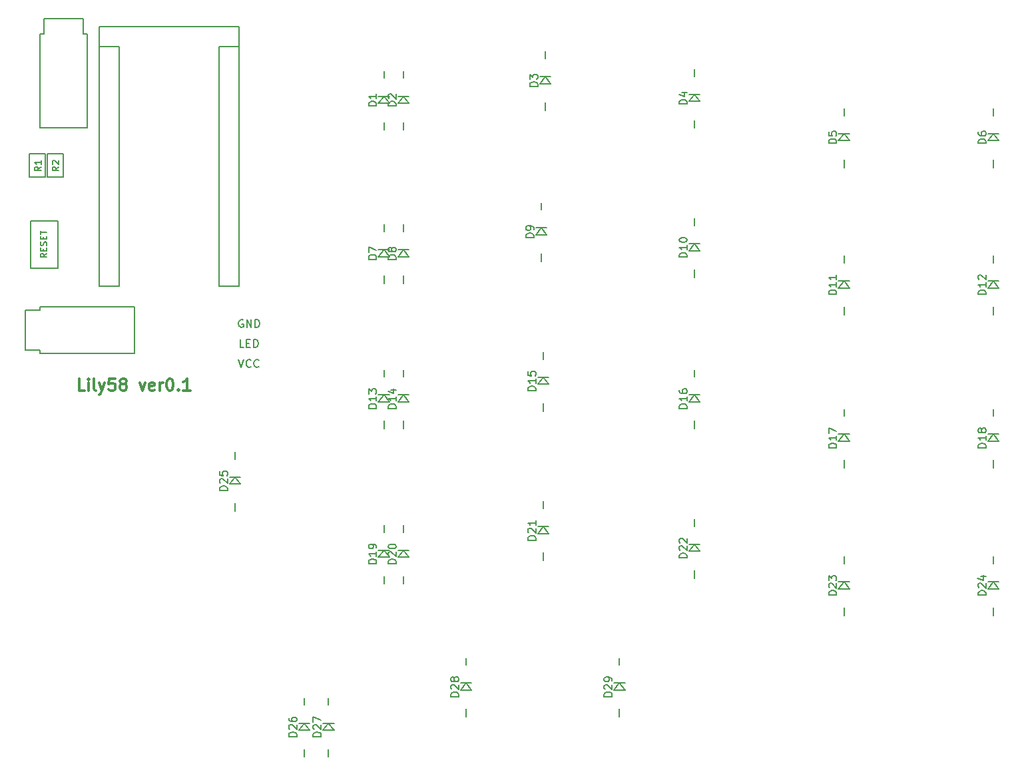
<source format=gto>
G04 #@! TF.GenerationSoftware,KiCad,Pcbnew,(5.0.0-3-g5ebb6b6)*
G04 #@! TF.CreationDate,2018-08-17T18:08:10+09:00*
G04 #@! TF.ProjectId,Lily58,4C696C7935382E6B696361645F706362,rev?*
G04 #@! TF.SameCoordinates,Original*
G04 #@! TF.FileFunction,Legend,Top*
G04 #@! TF.FilePolarity,Positive*
%FSLAX46Y46*%
G04 Gerber Fmt 4.6, Leading zero omitted, Abs format (unit mm)*
G04 Created by KiCad (PCBNEW (5.0.0-3-g5ebb6b6)) date *
%MOMM*%
%LPD*%
G01*
G04 APERTURE LIST*
%ADD10C,0.300000*%
%ADD11C,0.150000*%
G04 APERTURE END LIST*
D10*
X90678571Y-84678571D02*
X89964285Y-84678571D01*
X89964285Y-83178571D01*
X91178571Y-84678571D02*
X91178571Y-83678571D01*
X91178571Y-83178571D02*
X91107142Y-83250000D01*
X91178571Y-83321428D01*
X91250000Y-83250000D01*
X91178571Y-83178571D01*
X91178571Y-83321428D01*
X92107142Y-84678571D02*
X91964285Y-84607142D01*
X91892857Y-84464285D01*
X91892857Y-83178571D01*
X92535714Y-83678571D02*
X92892857Y-84678571D01*
X93250000Y-83678571D02*
X92892857Y-84678571D01*
X92750000Y-85035714D01*
X92678571Y-85107142D01*
X92535714Y-85178571D01*
X94535714Y-83178571D02*
X93821428Y-83178571D01*
X93750000Y-83892857D01*
X93821428Y-83821428D01*
X93964285Y-83750000D01*
X94321428Y-83750000D01*
X94464285Y-83821428D01*
X94535714Y-83892857D01*
X94607142Y-84035714D01*
X94607142Y-84392857D01*
X94535714Y-84535714D01*
X94464285Y-84607142D01*
X94321428Y-84678571D01*
X93964285Y-84678571D01*
X93821428Y-84607142D01*
X93750000Y-84535714D01*
X95464285Y-83821428D02*
X95321428Y-83750000D01*
X95250000Y-83678571D01*
X95178571Y-83535714D01*
X95178571Y-83464285D01*
X95250000Y-83321428D01*
X95321428Y-83250000D01*
X95464285Y-83178571D01*
X95750000Y-83178571D01*
X95892857Y-83250000D01*
X95964285Y-83321428D01*
X96035714Y-83464285D01*
X96035714Y-83535714D01*
X95964285Y-83678571D01*
X95892857Y-83750000D01*
X95750000Y-83821428D01*
X95464285Y-83821428D01*
X95321428Y-83892857D01*
X95250000Y-83964285D01*
X95178571Y-84107142D01*
X95178571Y-84392857D01*
X95250000Y-84535714D01*
X95321428Y-84607142D01*
X95464285Y-84678571D01*
X95750000Y-84678571D01*
X95892857Y-84607142D01*
X95964285Y-84535714D01*
X96035714Y-84392857D01*
X96035714Y-84107142D01*
X95964285Y-83964285D01*
X95892857Y-83892857D01*
X95750000Y-83821428D01*
X97678571Y-83678571D02*
X98035714Y-84678571D01*
X98392857Y-83678571D01*
X99535714Y-84607142D02*
X99392857Y-84678571D01*
X99107142Y-84678571D01*
X98964285Y-84607142D01*
X98892857Y-84464285D01*
X98892857Y-83892857D01*
X98964285Y-83750000D01*
X99107142Y-83678571D01*
X99392857Y-83678571D01*
X99535714Y-83750000D01*
X99607142Y-83892857D01*
X99607142Y-84035714D01*
X98892857Y-84178571D01*
X100250000Y-84678571D02*
X100250000Y-83678571D01*
X100250000Y-83964285D02*
X100321428Y-83821428D01*
X100392857Y-83750000D01*
X100535714Y-83678571D01*
X100678571Y-83678571D01*
X101464285Y-83178571D02*
X101607142Y-83178571D01*
X101750000Y-83250000D01*
X101821428Y-83321428D01*
X101892857Y-83464285D01*
X101964285Y-83750000D01*
X101964285Y-84107142D01*
X101892857Y-84392857D01*
X101821428Y-84535714D01*
X101750000Y-84607142D01*
X101607142Y-84678571D01*
X101464285Y-84678571D01*
X101321428Y-84607142D01*
X101250000Y-84535714D01*
X101178571Y-84392857D01*
X101107142Y-84107142D01*
X101107142Y-83750000D01*
X101178571Y-83464285D01*
X101250000Y-83321428D01*
X101321428Y-83250000D01*
X101464285Y-83178571D01*
X102607142Y-84535714D02*
X102678571Y-84607142D01*
X102607142Y-84678571D01*
X102535714Y-84607142D01*
X102607142Y-84535714D01*
X102607142Y-84678571D01*
X104107142Y-84678571D02*
X103250000Y-84678571D01*
X103678571Y-84678571D02*
X103678571Y-83178571D01*
X103535714Y-83392857D01*
X103392857Y-83535714D01*
X103250000Y-83607142D01*
D11*
G04 #@! TO.C,J2*
X97000000Y-80000000D02*
X85000000Y-80000000D01*
X97000000Y-74000000D02*
X97000000Y-80000000D01*
X85000000Y-74000000D02*
X97000000Y-74000000D01*
X85000000Y-80000000D02*
X85000000Y-79500000D01*
X85000000Y-74500000D02*
X83100000Y-74500000D01*
X85000000Y-79500000D02*
X83100000Y-79500000D01*
X85000000Y-74000000D02*
X85000000Y-74500000D01*
X83100000Y-79500000D02*
X83100000Y-74500000D01*
X85500000Y-37400000D02*
X90500000Y-37400000D01*
X91000000Y-39300000D02*
X90500000Y-39300000D01*
X85500000Y-39300000D02*
X85500000Y-37400000D01*
X90500000Y-39300000D02*
X90500000Y-37400000D01*
X85000000Y-39300000D02*
X85500000Y-39300000D01*
X91000000Y-39300000D02*
X91000000Y-51300000D01*
X91000000Y-51300000D02*
X85000000Y-51300000D01*
X85000000Y-51300000D02*
X85000000Y-39300000D01*
G04 #@! TO.C,R1*
X85688795Y-54538132D02*
X83687275Y-54538132D01*
X83687275Y-54538132D02*
X83687275Y-57540412D01*
X83687275Y-57540412D02*
X85688795Y-57540412D01*
X85688795Y-57540412D02*
X85688795Y-54538132D01*
G04 #@! TO.C,D1*
X128750000Y-50550000D02*
X128750000Y-51550000D01*
X128750000Y-44050000D02*
X128750000Y-44950000D01*
X129450000Y-48150000D02*
X128050000Y-48150000D01*
X128050000Y-48150000D02*
X128750000Y-47250000D01*
X128750000Y-47250000D02*
X129450000Y-48150000D01*
X129450000Y-47250000D02*
X128050000Y-47250000D01*
G04 #@! TO.C,D2*
X131950000Y-47250000D02*
X130550000Y-47250000D01*
X131250000Y-47250000D02*
X131950000Y-48150000D01*
X130550000Y-48150000D02*
X131250000Y-47250000D01*
X131950000Y-48150000D02*
X130550000Y-48150000D01*
X131250000Y-44050000D02*
X131250000Y-44950000D01*
X131250000Y-50550000D02*
X131250000Y-51550000D01*
G04 #@! TO.C,D3*
X149250000Y-48050000D02*
X149250000Y-49050000D01*
X149250000Y-41550000D02*
X149250000Y-42450000D01*
X149950000Y-45650000D02*
X148550000Y-45650000D01*
X148550000Y-45650000D02*
X149250000Y-44750000D01*
X149250000Y-44750000D02*
X149950000Y-45650000D01*
X149950000Y-44750000D02*
X148550000Y-44750000D01*
G04 #@! TO.C,D4*
X168950000Y-47000000D02*
X167550000Y-47000000D01*
X168250000Y-47000000D02*
X168950000Y-47900000D01*
X167550000Y-47900000D02*
X168250000Y-47000000D01*
X168950000Y-47900000D02*
X167550000Y-47900000D01*
X168250000Y-43800000D02*
X168250000Y-44700000D01*
X168250000Y-50300000D02*
X168250000Y-51300000D01*
G04 #@! TO.C,D5*
X187250000Y-55300000D02*
X187250000Y-56300000D01*
X187250000Y-48800000D02*
X187250000Y-49700000D01*
X187950000Y-52900000D02*
X186550000Y-52900000D01*
X186550000Y-52900000D02*
X187250000Y-52000000D01*
X187250000Y-52000000D02*
X187950000Y-52900000D01*
X187950000Y-52000000D02*
X186550000Y-52000000D01*
G04 #@! TO.C,D6*
X206950000Y-52000000D02*
X205550000Y-52000000D01*
X206250000Y-52000000D02*
X206950000Y-52900000D01*
X205550000Y-52900000D02*
X206250000Y-52000000D01*
X206950000Y-52900000D02*
X205550000Y-52900000D01*
X206250000Y-48800000D02*
X206250000Y-49700000D01*
X206250000Y-55300000D02*
X206250000Y-56300000D01*
G04 #@! TO.C,D7*
X129450000Y-66750000D02*
X128050000Y-66750000D01*
X128750000Y-66750000D02*
X129450000Y-67650000D01*
X128050000Y-67650000D02*
X128750000Y-66750000D01*
X129450000Y-67650000D02*
X128050000Y-67650000D01*
X128750000Y-63550000D02*
X128750000Y-64450000D01*
X128750000Y-70050000D02*
X128750000Y-71050000D01*
G04 #@! TO.C,D8*
X131250000Y-70050000D02*
X131250000Y-71050000D01*
X131250000Y-63550000D02*
X131250000Y-64450000D01*
X131950000Y-67650000D02*
X130550000Y-67650000D01*
X130550000Y-67650000D02*
X131250000Y-66750000D01*
X131250000Y-66750000D02*
X131950000Y-67650000D01*
X131950000Y-66750000D02*
X130550000Y-66750000D01*
G04 #@! TO.C,D9*
X149450000Y-64000000D02*
X148050000Y-64000000D01*
X148750000Y-64000000D02*
X149450000Y-64900000D01*
X148050000Y-64900000D02*
X148750000Y-64000000D01*
X149450000Y-64900000D02*
X148050000Y-64900000D01*
X148750000Y-60800000D02*
X148750000Y-61700000D01*
X148750000Y-67300000D02*
X148750000Y-68300000D01*
G04 #@! TO.C,D10*
X168250000Y-69300000D02*
X168250000Y-70300000D01*
X168250000Y-62800000D02*
X168250000Y-63700000D01*
X168950000Y-66900000D02*
X167550000Y-66900000D01*
X167550000Y-66900000D02*
X168250000Y-66000000D01*
X168250000Y-66000000D02*
X168950000Y-66900000D01*
X168950000Y-66000000D02*
X167550000Y-66000000D01*
G04 #@! TO.C,D11*
X187950000Y-70750000D02*
X186550000Y-70750000D01*
X187250000Y-70750000D02*
X187950000Y-71650000D01*
X186550000Y-71650000D02*
X187250000Y-70750000D01*
X187950000Y-71650000D02*
X186550000Y-71650000D01*
X187250000Y-67550000D02*
X187250000Y-68450000D01*
X187250000Y-74050000D02*
X187250000Y-75050000D01*
G04 #@! TO.C,D12*
X206950000Y-70750000D02*
X205550000Y-70750000D01*
X206250000Y-70750000D02*
X206950000Y-71650000D01*
X205550000Y-71650000D02*
X206250000Y-70750000D01*
X206950000Y-71650000D02*
X205550000Y-71650000D01*
X206250000Y-67550000D02*
X206250000Y-68450000D01*
X206250000Y-74050000D02*
X206250000Y-75050000D01*
G04 #@! TO.C,D13*
X128750000Y-88550000D02*
X128750000Y-89550000D01*
X128750000Y-82050000D02*
X128750000Y-82950000D01*
X129450000Y-86150000D02*
X128050000Y-86150000D01*
X128050000Y-86150000D02*
X128750000Y-85250000D01*
X128750000Y-85250000D02*
X129450000Y-86150000D01*
X129450000Y-85250000D02*
X128050000Y-85250000D01*
G04 #@! TO.C,D14*
X131950000Y-85250000D02*
X130550000Y-85250000D01*
X131250000Y-85250000D02*
X131950000Y-86150000D01*
X130550000Y-86150000D02*
X131250000Y-85250000D01*
X131950000Y-86150000D02*
X130550000Y-86150000D01*
X131250000Y-82050000D02*
X131250000Y-82950000D01*
X131250000Y-88550000D02*
X131250000Y-89550000D01*
G04 #@! TO.C,D15*
X149000000Y-86300000D02*
X149000000Y-87300000D01*
X149000000Y-79800000D02*
X149000000Y-80700000D01*
X149700000Y-83900000D02*
X148300000Y-83900000D01*
X148300000Y-83900000D02*
X149000000Y-83000000D01*
X149000000Y-83000000D02*
X149700000Y-83900000D01*
X149700000Y-83000000D02*
X148300000Y-83000000D01*
G04 #@! TO.C,D16*
X168950000Y-85250000D02*
X167550000Y-85250000D01*
X168250000Y-85250000D02*
X168950000Y-86150000D01*
X167550000Y-86150000D02*
X168250000Y-85250000D01*
X168950000Y-86150000D02*
X167550000Y-86150000D01*
X168250000Y-82050000D02*
X168250000Y-82950000D01*
X168250000Y-88550000D02*
X168250000Y-89550000D01*
G04 #@! TO.C,D17*
X187250000Y-93550000D02*
X187250000Y-94550000D01*
X187250000Y-87050000D02*
X187250000Y-87950000D01*
X187950000Y-91150000D02*
X186550000Y-91150000D01*
X186550000Y-91150000D02*
X187250000Y-90250000D01*
X187250000Y-90250000D02*
X187950000Y-91150000D01*
X187950000Y-90250000D02*
X186550000Y-90250000D01*
G04 #@! TO.C,D18*
X206950000Y-90250000D02*
X205550000Y-90250000D01*
X206250000Y-90250000D02*
X206950000Y-91150000D01*
X205550000Y-91150000D02*
X206250000Y-90250000D01*
X206950000Y-91150000D02*
X205550000Y-91150000D01*
X206250000Y-87050000D02*
X206250000Y-87950000D01*
X206250000Y-93550000D02*
X206250000Y-94550000D01*
G04 #@! TO.C,D19*
X129450000Y-105000000D02*
X128050000Y-105000000D01*
X128750000Y-105000000D02*
X129450000Y-105900000D01*
X128050000Y-105900000D02*
X128750000Y-105000000D01*
X129450000Y-105900000D02*
X128050000Y-105900000D01*
X128750000Y-101800000D02*
X128750000Y-102700000D01*
X128750000Y-108300000D02*
X128750000Y-109300000D01*
G04 #@! TO.C,D20*
X131250000Y-108300000D02*
X131250000Y-109300000D01*
X131250000Y-101800000D02*
X131250000Y-102700000D01*
X131950000Y-105900000D02*
X130550000Y-105900000D01*
X130550000Y-105900000D02*
X131250000Y-105000000D01*
X131250000Y-105000000D02*
X131950000Y-105900000D01*
X131950000Y-105000000D02*
X130550000Y-105000000D01*
G04 #@! TO.C,D21*
X149700000Y-102000000D02*
X148300000Y-102000000D01*
X149000000Y-102000000D02*
X149700000Y-102900000D01*
X148300000Y-102900000D02*
X149000000Y-102000000D01*
X149700000Y-102900000D02*
X148300000Y-102900000D01*
X149000000Y-98800000D02*
X149000000Y-99700000D01*
X149000000Y-105300000D02*
X149000000Y-106300000D01*
G04 #@! TO.C,D22*
X168250000Y-107550000D02*
X168250000Y-108550000D01*
X168250000Y-101050000D02*
X168250000Y-101950000D01*
X168950000Y-105150000D02*
X167550000Y-105150000D01*
X167550000Y-105150000D02*
X168250000Y-104250000D01*
X168250000Y-104250000D02*
X168950000Y-105150000D01*
X168950000Y-104250000D02*
X167550000Y-104250000D01*
G04 #@! TO.C,D23*
X187950000Y-109000000D02*
X186550000Y-109000000D01*
X187250000Y-109000000D02*
X187950000Y-109900000D01*
X186550000Y-109900000D02*
X187250000Y-109000000D01*
X187950000Y-109900000D02*
X186550000Y-109900000D01*
X187250000Y-105800000D02*
X187250000Y-106700000D01*
X187250000Y-112300000D02*
X187250000Y-113300000D01*
G04 #@! TO.C,D24*
X206250000Y-112300000D02*
X206250000Y-113300000D01*
X206250000Y-105800000D02*
X206250000Y-106700000D01*
X206950000Y-109900000D02*
X205550000Y-109900000D01*
X205550000Y-109900000D02*
X206250000Y-109000000D01*
X206250000Y-109000000D02*
X206950000Y-109900000D01*
X206950000Y-109000000D02*
X205550000Y-109000000D01*
G04 #@! TO.C,D25*
X109800000Y-99000000D02*
X109800000Y-100000000D01*
X109800000Y-92500000D02*
X109800000Y-93400000D01*
X110500000Y-96600000D02*
X109100000Y-96600000D01*
X109100000Y-96600000D02*
X109800000Y-95700000D01*
X109800000Y-95700000D02*
X110500000Y-96600000D01*
X110500000Y-95700000D02*
X109100000Y-95700000D01*
G04 #@! TO.C,D26*
X119300000Y-127000000D02*
X117900000Y-127000000D01*
X118600000Y-127000000D02*
X119300000Y-127900000D01*
X117900000Y-127900000D02*
X118600000Y-127000000D01*
X119300000Y-127900000D02*
X117900000Y-127900000D01*
X118600000Y-123800000D02*
X118600000Y-124700000D01*
X118600000Y-130300000D02*
X118600000Y-131300000D01*
G04 #@! TO.C,D27*
X121700000Y-130300000D02*
X121700000Y-131300000D01*
X121700000Y-123800000D02*
X121700000Y-124700000D01*
X122400000Y-127900000D02*
X121000000Y-127900000D01*
X121000000Y-127900000D02*
X121700000Y-127000000D01*
X121700000Y-127000000D02*
X122400000Y-127900000D01*
X122400000Y-127000000D02*
X121000000Y-127000000D01*
G04 #@! TO.C,D28*
X139900000Y-121900000D02*
X138500000Y-121900000D01*
X139200000Y-121900000D02*
X139900000Y-122800000D01*
X138500000Y-122800000D02*
X139200000Y-121900000D01*
X139900000Y-122800000D02*
X138500000Y-122800000D01*
X139200000Y-118700000D02*
X139200000Y-119600000D01*
X139200000Y-125200000D02*
X139200000Y-126200000D01*
G04 #@! TO.C,D29*
X158700000Y-125200000D02*
X158700000Y-126200000D01*
X158700000Y-118700000D02*
X158700000Y-119600000D01*
X159400000Y-122800000D02*
X158000000Y-122800000D01*
X158000000Y-122800000D02*
X158700000Y-121900000D01*
X158700000Y-121900000D02*
X159400000Y-122800000D01*
X159400000Y-121900000D02*
X158000000Y-121900000D01*
G04 #@! TO.C,R2*
X87938795Y-57540412D02*
X87938795Y-54538132D01*
X85937275Y-57540412D02*
X87938795Y-57540412D01*
X85937275Y-54538132D02*
X85937275Y-57540412D01*
X87938795Y-54538132D02*
X85937275Y-54538132D01*
G04 #@! TO.C,RSW1*
X87300000Y-63100000D02*
X83800000Y-63100000D01*
X87300000Y-69100000D02*
X87300000Y-63100000D01*
X83800000Y-69100000D02*
X87300000Y-69100000D01*
X83800000Y-63100000D02*
X83800000Y-69100000D01*
G04 #@! TO.C,U1*
X110290000Y-38420000D02*
X92510000Y-38420000D01*
X92510000Y-38420000D02*
X92510000Y-71440000D01*
X110290000Y-71440000D02*
X110290000Y-38420000D01*
X95050000Y-40960000D02*
X92510000Y-40960000D01*
X92510000Y-40960000D02*
X92510000Y-71440000D01*
X92510000Y-71440000D02*
X95050000Y-71440000D01*
X95050000Y-71440000D02*
X95050000Y-40960000D01*
X110290000Y-40960000D02*
X107750000Y-40960000D01*
X107750000Y-40960000D02*
X107750000Y-71440000D01*
X107750000Y-71440000D02*
X110290000Y-71440000D01*
X110290000Y-71440000D02*
X110290000Y-40960000D01*
G04 #@! TO.C,R1*
X85135730Y-56224738D02*
X84748682Y-56495672D01*
X85135730Y-56689195D02*
X84322930Y-56689195D01*
X84322930Y-56379557D01*
X84361635Y-56302148D01*
X84400339Y-56263443D01*
X84477749Y-56224738D01*
X84593863Y-56224738D01*
X84671273Y-56263443D01*
X84709977Y-56302148D01*
X84748682Y-56379557D01*
X84748682Y-56689195D01*
X85135730Y-55450643D02*
X85135730Y-55915100D01*
X85135730Y-55682872D02*
X84322930Y-55682872D01*
X84439044Y-55760281D01*
X84516454Y-55837691D01*
X84555158Y-55915100D01*
G04 #@! TO.C,D1*
X127802380Y-48488095D02*
X126802380Y-48488095D01*
X126802380Y-48250000D01*
X126850000Y-48107142D01*
X126945238Y-48011904D01*
X127040476Y-47964285D01*
X127230952Y-47916666D01*
X127373809Y-47916666D01*
X127564285Y-47964285D01*
X127659523Y-48011904D01*
X127754761Y-48107142D01*
X127802380Y-48250000D01*
X127802380Y-48488095D01*
X127802380Y-46964285D02*
X127802380Y-47535714D01*
X127802380Y-47250000D02*
X126802380Y-47250000D01*
X126945238Y-47345238D01*
X127040476Y-47440476D01*
X127088095Y-47535714D01*
G04 #@! TO.C,D2*
X130302380Y-48488095D02*
X129302380Y-48488095D01*
X129302380Y-48250000D01*
X129350000Y-48107142D01*
X129445238Y-48011904D01*
X129540476Y-47964285D01*
X129730952Y-47916666D01*
X129873809Y-47916666D01*
X130064285Y-47964285D01*
X130159523Y-48011904D01*
X130254761Y-48107142D01*
X130302380Y-48250000D01*
X130302380Y-48488095D01*
X129397619Y-47535714D02*
X129350000Y-47488095D01*
X129302380Y-47392857D01*
X129302380Y-47154761D01*
X129350000Y-47059523D01*
X129397619Y-47011904D01*
X129492857Y-46964285D01*
X129588095Y-46964285D01*
X129730952Y-47011904D01*
X130302380Y-47583333D01*
X130302380Y-46964285D01*
G04 #@! TO.C,D3*
X148302380Y-45988095D02*
X147302380Y-45988095D01*
X147302380Y-45750000D01*
X147350000Y-45607142D01*
X147445238Y-45511904D01*
X147540476Y-45464285D01*
X147730952Y-45416666D01*
X147873809Y-45416666D01*
X148064285Y-45464285D01*
X148159523Y-45511904D01*
X148254761Y-45607142D01*
X148302380Y-45750000D01*
X148302380Y-45988095D01*
X147302380Y-45083333D02*
X147302380Y-44464285D01*
X147683333Y-44797619D01*
X147683333Y-44654761D01*
X147730952Y-44559523D01*
X147778571Y-44511904D01*
X147873809Y-44464285D01*
X148111904Y-44464285D01*
X148207142Y-44511904D01*
X148254761Y-44559523D01*
X148302380Y-44654761D01*
X148302380Y-44940476D01*
X148254761Y-45035714D01*
X148207142Y-45083333D01*
G04 #@! TO.C,D4*
X167302380Y-48238095D02*
X166302380Y-48238095D01*
X166302380Y-48000000D01*
X166350000Y-47857142D01*
X166445238Y-47761904D01*
X166540476Y-47714285D01*
X166730952Y-47666666D01*
X166873809Y-47666666D01*
X167064285Y-47714285D01*
X167159523Y-47761904D01*
X167254761Y-47857142D01*
X167302380Y-48000000D01*
X167302380Y-48238095D01*
X166635714Y-46809523D02*
X167302380Y-46809523D01*
X166254761Y-47047619D02*
X166969047Y-47285714D01*
X166969047Y-46666666D01*
G04 #@! TO.C,D5*
X186302380Y-53238095D02*
X185302380Y-53238095D01*
X185302380Y-53000000D01*
X185350000Y-52857142D01*
X185445238Y-52761904D01*
X185540476Y-52714285D01*
X185730952Y-52666666D01*
X185873809Y-52666666D01*
X186064285Y-52714285D01*
X186159523Y-52761904D01*
X186254761Y-52857142D01*
X186302380Y-53000000D01*
X186302380Y-53238095D01*
X185302380Y-51761904D02*
X185302380Y-52238095D01*
X185778571Y-52285714D01*
X185730952Y-52238095D01*
X185683333Y-52142857D01*
X185683333Y-51904761D01*
X185730952Y-51809523D01*
X185778571Y-51761904D01*
X185873809Y-51714285D01*
X186111904Y-51714285D01*
X186207142Y-51761904D01*
X186254761Y-51809523D01*
X186302380Y-51904761D01*
X186302380Y-52142857D01*
X186254761Y-52238095D01*
X186207142Y-52285714D01*
G04 #@! TO.C,D6*
X205302380Y-53238095D02*
X204302380Y-53238095D01*
X204302380Y-53000000D01*
X204350000Y-52857142D01*
X204445238Y-52761904D01*
X204540476Y-52714285D01*
X204730952Y-52666666D01*
X204873809Y-52666666D01*
X205064285Y-52714285D01*
X205159523Y-52761904D01*
X205254761Y-52857142D01*
X205302380Y-53000000D01*
X205302380Y-53238095D01*
X204302380Y-51809523D02*
X204302380Y-52000000D01*
X204350000Y-52095238D01*
X204397619Y-52142857D01*
X204540476Y-52238095D01*
X204730952Y-52285714D01*
X205111904Y-52285714D01*
X205207142Y-52238095D01*
X205254761Y-52190476D01*
X205302380Y-52095238D01*
X205302380Y-51904761D01*
X205254761Y-51809523D01*
X205207142Y-51761904D01*
X205111904Y-51714285D01*
X204873809Y-51714285D01*
X204778571Y-51761904D01*
X204730952Y-51809523D01*
X204683333Y-51904761D01*
X204683333Y-52095238D01*
X204730952Y-52190476D01*
X204778571Y-52238095D01*
X204873809Y-52285714D01*
G04 #@! TO.C,D7*
X127802380Y-67988095D02*
X126802380Y-67988095D01*
X126802380Y-67750000D01*
X126850000Y-67607142D01*
X126945238Y-67511904D01*
X127040476Y-67464285D01*
X127230952Y-67416666D01*
X127373809Y-67416666D01*
X127564285Y-67464285D01*
X127659523Y-67511904D01*
X127754761Y-67607142D01*
X127802380Y-67750000D01*
X127802380Y-67988095D01*
X126802380Y-67083333D02*
X126802380Y-66416666D01*
X127802380Y-66845238D01*
G04 #@! TO.C,D8*
X130302380Y-67988095D02*
X129302380Y-67988095D01*
X129302380Y-67750000D01*
X129350000Y-67607142D01*
X129445238Y-67511904D01*
X129540476Y-67464285D01*
X129730952Y-67416666D01*
X129873809Y-67416666D01*
X130064285Y-67464285D01*
X130159523Y-67511904D01*
X130254761Y-67607142D01*
X130302380Y-67750000D01*
X130302380Y-67988095D01*
X129730952Y-66845238D02*
X129683333Y-66940476D01*
X129635714Y-66988095D01*
X129540476Y-67035714D01*
X129492857Y-67035714D01*
X129397619Y-66988095D01*
X129350000Y-66940476D01*
X129302380Y-66845238D01*
X129302380Y-66654761D01*
X129350000Y-66559523D01*
X129397619Y-66511904D01*
X129492857Y-66464285D01*
X129540476Y-66464285D01*
X129635714Y-66511904D01*
X129683333Y-66559523D01*
X129730952Y-66654761D01*
X129730952Y-66845238D01*
X129778571Y-66940476D01*
X129826190Y-66988095D01*
X129921428Y-67035714D01*
X130111904Y-67035714D01*
X130207142Y-66988095D01*
X130254761Y-66940476D01*
X130302380Y-66845238D01*
X130302380Y-66654761D01*
X130254761Y-66559523D01*
X130207142Y-66511904D01*
X130111904Y-66464285D01*
X129921428Y-66464285D01*
X129826190Y-66511904D01*
X129778571Y-66559523D01*
X129730952Y-66654761D01*
G04 #@! TO.C,D9*
X147802380Y-65238095D02*
X146802380Y-65238095D01*
X146802380Y-65000000D01*
X146850000Y-64857142D01*
X146945238Y-64761904D01*
X147040476Y-64714285D01*
X147230952Y-64666666D01*
X147373809Y-64666666D01*
X147564285Y-64714285D01*
X147659523Y-64761904D01*
X147754761Y-64857142D01*
X147802380Y-65000000D01*
X147802380Y-65238095D01*
X147802380Y-64190476D02*
X147802380Y-64000000D01*
X147754761Y-63904761D01*
X147707142Y-63857142D01*
X147564285Y-63761904D01*
X147373809Y-63714285D01*
X146992857Y-63714285D01*
X146897619Y-63761904D01*
X146850000Y-63809523D01*
X146802380Y-63904761D01*
X146802380Y-64095238D01*
X146850000Y-64190476D01*
X146897619Y-64238095D01*
X146992857Y-64285714D01*
X147230952Y-64285714D01*
X147326190Y-64238095D01*
X147373809Y-64190476D01*
X147421428Y-64095238D01*
X147421428Y-63904761D01*
X147373809Y-63809523D01*
X147326190Y-63761904D01*
X147230952Y-63714285D01*
G04 #@! TO.C,D10*
X167302380Y-67714285D02*
X166302380Y-67714285D01*
X166302380Y-67476190D01*
X166350000Y-67333333D01*
X166445238Y-67238095D01*
X166540476Y-67190476D01*
X166730952Y-67142857D01*
X166873809Y-67142857D01*
X167064285Y-67190476D01*
X167159523Y-67238095D01*
X167254761Y-67333333D01*
X167302380Y-67476190D01*
X167302380Y-67714285D01*
X167302380Y-66190476D02*
X167302380Y-66761904D01*
X167302380Y-66476190D02*
X166302380Y-66476190D01*
X166445238Y-66571428D01*
X166540476Y-66666666D01*
X166588095Y-66761904D01*
X166302380Y-65571428D02*
X166302380Y-65476190D01*
X166350000Y-65380952D01*
X166397619Y-65333333D01*
X166492857Y-65285714D01*
X166683333Y-65238095D01*
X166921428Y-65238095D01*
X167111904Y-65285714D01*
X167207142Y-65333333D01*
X167254761Y-65380952D01*
X167302380Y-65476190D01*
X167302380Y-65571428D01*
X167254761Y-65666666D01*
X167207142Y-65714285D01*
X167111904Y-65761904D01*
X166921428Y-65809523D01*
X166683333Y-65809523D01*
X166492857Y-65761904D01*
X166397619Y-65714285D01*
X166350000Y-65666666D01*
X166302380Y-65571428D01*
G04 #@! TO.C,D11*
X186302380Y-72464285D02*
X185302380Y-72464285D01*
X185302380Y-72226190D01*
X185350000Y-72083333D01*
X185445238Y-71988095D01*
X185540476Y-71940476D01*
X185730952Y-71892857D01*
X185873809Y-71892857D01*
X186064285Y-71940476D01*
X186159523Y-71988095D01*
X186254761Y-72083333D01*
X186302380Y-72226190D01*
X186302380Y-72464285D01*
X186302380Y-70940476D02*
X186302380Y-71511904D01*
X186302380Y-71226190D02*
X185302380Y-71226190D01*
X185445238Y-71321428D01*
X185540476Y-71416666D01*
X185588095Y-71511904D01*
X186302380Y-69988095D02*
X186302380Y-70559523D01*
X186302380Y-70273809D02*
X185302380Y-70273809D01*
X185445238Y-70369047D01*
X185540476Y-70464285D01*
X185588095Y-70559523D01*
G04 #@! TO.C,D12*
X205302380Y-72464285D02*
X204302380Y-72464285D01*
X204302380Y-72226190D01*
X204350000Y-72083333D01*
X204445238Y-71988095D01*
X204540476Y-71940476D01*
X204730952Y-71892857D01*
X204873809Y-71892857D01*
X205064285Y-71940476D01*
X205159523Y-71988095D01*
X205254761Y-72083333D01*
X205302380Y-72226190D01*
X205302380Y-72464285D01*
X205302380Y-70940476D02*
X205302380Y-71511904D01*
X205302380Y-71226190D02*
X204302380Y-71226190D01*
X204445238Y-71321428D01*
X204540476Y-71416666D01*
X204588095Y-71511904D01*
X204397619Y-70559523D02*
X204350000Y-70511904D01*
X204302380Y-70416666D01*
X204302380Y-70178571D01*
X204350000Y-70083333D01*
X204397619Y-70035714D01*
X204492857Y-69988095D01*
X204588095Y-69988095D01*
X204730952Y-70035714D01*
X205302380Y-70607142D01*
X205302380Y-69988095D01*
G04 #@! TO.C,D13*
X127802380Y-86964285D02*
X126802380Y-86964285D01*
X126802380Y-86726190D01*
X126850000Y-86583333D01*
X126945238Y-86488095D01*
X127040476Y-86440476D01*
X127230952Y-86392857D01*
X127373809Y-86392857D01*
X127564285Y-86440476D01*
X127659523Y-86488095D01*
X127754761Y-86583333D01*
X127802380Y-86726190D01*
X127802380Y-86964285D01*
X127802380Y-85440476D02*
X127802380Y-86011904D01*
X127802380Y-85726190D02*
X126802380Y-85726190D01*
X126945238Y-85821428D01*
X127040476Y-85916666D01*
X127088095Y-86011904D01*
X126802380Y-85107142D02*
X126802380Y-84488095D01*
X127183333Y-84821428D01*
X127183333Y-84678571D01*
X127230952Y-84583333D01*
X127278571Y-84535714D01*
X127373809Y-84488095D01*
X127611904Y-84488095D01*
X127707142Y-84535714D01*
X127754761Y-84583333D01*
X127802380Y-84678571D01*
X127802380Y-84964285D01*
X127754761Y-85059523D01*
X127707142Y-85107142D01*
G04 #@! TO.C,D14*
X130302380Y-86964285D02*
X129302380Y-86964285D01*
X129302380Y-86726190D01*
X129350000Y-86583333D01*
X129445238Y-86488095D01*
X129540476Y-86440476D01*
X129730952Y-86392857D01*
X129873809Y-86392857D01*
X130064285Y-86440476D01*
X130159523Y-86488095D01*
X130254761Y-86583333D01*
X130302380Y-86726190D01*
X130302380Y-86964285D01*
X130302380Y-85440476D02*
X130302380Y-86011904D01*
X130302380Y-85726190D02*
X129302380Y-85726190D01*
X129445238Y-85821428D01*
X129540476Y-85916666D01*
X129588095Y-86011904D01*
X129635714Y-84583333D02*
X130302380Y-84583333D01*
X129254761Y-84821428D02*
X129969047Y-85059523D01*
X129969047Y-84440476D01*
G04 #@! TO.C,D15*
X148052380Y-84714285D02*
X147052380Y-84714285D01*
X147052380Y-84476190D01*
X147100000Y-84333333D01*
X147195238Y-84238095D01*
X147290476Y-84190476D01*
X147480952Y-84142857D01*
X147623809Y-84142857D01*
X147814285Y-84190476D01*
X147909523Y-84238095D01*
X148004761Y-84333333D01*
X148052380Y-84476190D01*
X148052380Y-84714285D01*
X148052380Y-83190476D02*
X148052380Y-83761904D01*
X148052380Y-83476190D02*
X147052380Y-83476190D01*
X147195238Y-83571428D01*
X147290476Y-83666666D01*
X147338095Y-83761904D01*
X147052380Y-82285714D02*
X147052380Y-82761904D01*
X147528571Y-82809523D01*
X147480952Y-82761904D01*
X147433333Y-82666666D01*
X147433333Y-82428571D01*
X147480952Y-82333333D01*
X147528571Y-82285714D01*
X147623809Y-82238095D01*
X147861904Y-82238095D01*
X147957142Y-82285714D01*
X148004761Y-82333333D01*
X148052380Y-82428571D01*
X148052380Y-82666666D01*
X148004761Y-82761904D01*
X147957142Y-82809523D01*
G04 #@! TO.C,D16*
X167302380Y-86964285D02*
X166302380Y-86964285D01*
X166302380Y-86726190D01*
X166350000Y-86583333D01*
X166445238Y-86488095D01*
X166540476Y-86440476D01*
X166730952Y-86392857D01*
X166873809Y-86392857D01*
X167064285Y-86440476D01*
X167159523Y-86488095D01*
X167254761Y-86583333D01*
X167302380Y-86726190D01*
X167302380Y-86964285D01*
X167302380Y-85440476D02*
X167302380Y-86011904D01*
X167302380Y-85726190D02*
X166302380Y-85726190D01*
X166445238Y-85821428D01*
X166540476Y-85916666D01*
X166588095Y-86011904D01*
X166302380Y-84583333D02*
X166302380Y-84773809D01*
X166350000Y-84869047D01*
X166397619Y-84916666D01*
X166540476Y-85011904D01*
X166730952Y-85059523D01*
X167111904Y-85059523D01*
X167207142Y-85011904D01*
X167254761Y-84964285D01*
X167302380Y-84869047D01*
X167302380Y-84678571D01*
X167254761Y-84583333D01*
X167207142Y-84535714D01*
X167111904Y-84488095D01*
X166873809Y-84488095D01*
X166778571Y-84535714D01*
X166730952Y-84583333D01*
X166683333Y-84678571D01*
X166683333Y-84869047D01*
X166730952Y-84964285D01*
X166778571Y-85011904D01*
X166873809Y-85059523D01*
G04 #@! TO.C,D17*
X186302380Y-91964285D02*
X185302380Y-91964285D01*
X185302380Y-91726190D01*
X185350000Y-91583333D01*
X185445238Y-91488095D01*
X185540476Y-91440476D01*
X185730952Y-91392857D01*
X185873809Y-91392857D01*
X186064285Y-91440476D01*
X186159523Y-91488095D01*
X186254761Y-91583333D01*
X186302380Y-91726190D01*
X186302380Y-91964285D01*
X186302380Y-90440476D02*
X186302380Y-91011904D01*
X186302380Y-90726190D02*
X185302380Y-90726190D01*
X185445238Y-90821428D01*
X185540476Y-90916666D01*
X185588095Y-91011904D01*
X185302380Y-90107142D02*
X185302380Y-89440476D01*
X186302380Y-89869047D01*
G04 #@! TO.C,D18*
X205302380Y-91964285D02*
X204302380Y-91964285D01*
X204302380Y-91726190D01*
X204350000Y-91583333D01*
X204445238Y-91488095D01*
X204540476Y-91440476D01*
X204730952Y-91392857D01*
X204873809Y-91392857D01*
X205064285Y-91440476D01*
X205159523Y-91488095D01*
X205254761Y-91583333D01*
X205302380Y-91726190D01*
X205302380Y-91964285D01*
X205302380Y-90440476D02*
X205302380Y-91011904D01*
X205302380Y-90726190D02*
X204302380Y-90726190D01*
X204445238Y-90821428D01*
X204540476Y-90916666D01*
X204588095Y-91011904D01*
X204730952Y-89869047D02*
X204683333Y-89964285D01*
X204635714Y-90011904D01*
X204540476Y-90059523D01*
X204492857Y-90059523D01*
X204397619Y-90011904D01*
X204350000Y-89964285D01*
X204302380Y-89869047D01*
X204302380Y-89678571D01*
X204350000Y-89583333D01*
X204397619Y-89535714D01*
X204492857Y-89488095D01*
X204540476Y-89488095D01*
X204635714Y-89535714D01*
X204683333Y-89583333D01*
X204730952Y-89678571D01*
X204730952Y-89869047D01*
X204778571Y-89964285D01*
X204826190Y-90011904D01*
X204921428Y-90059523D01*
X205111904Y-90059523D01*
X205207142Y-90011904D01*
X205254761Y-89964285D01*
X205302380Y-89869047D01*
X205302380Y-89678571D01*
X205254761Y-89583333D01*
X205207142Y-89535714D01*
X205111904Y-89488095D01*
X204921428Y-89488095D01*
X204826190Y-89535714D01*
X204778571Y-89583333D01*
X204730952Y-89678571D01*
G04 #@! TO.C,D19*
X127802380Y-106714285D02*
X126802380Y-106714285D01*
X126802380Y-106476190D01*
X126850000Y-106333333D01*
X126945238Y-106238095D01*
X127040476Y-106190476D01*
X127230952Y-106142857D01*
X127373809Y-106142857D01*
X127564285Y-106190476D01*
X127659523Y-106238095D01*
X127754761Y-106333333D01*
X127802380Y-106476190D01*
X127802380Y-106714285D01*
X127802380Y-105190476D02*
X127802380Y-105761904D01*
X127802380Y-105476190D02*
X126802380Y-105476190D01*
X126945238Y-105571428D01*
X127040476Y-105666666D01*
X127088095Y-105761904D01*
X127802380Y-104714285D02*
X127802380Y-104523809D01*
X127754761Y-104428571D01*
X127707142Y-104380952D01*
X127564285Y-104285714D01*
X127373809Y-104238095D01*
X126992857Y-104238095D01*
X126897619Y-104285714D01*
X126850000Y-104333333D01*
X126802380Y-104428571D01*
X126802380Y-104619047D01*
X126850000Y-104714285D01*
X126897619Y-104761904D01*
X126992857Y-104809523D01*
X127230952Y-104809523D01*
X127326190Y-104761904D01*
X127373809Y-104714285D01*
X127421428Y-104619047D01*
X127421428Y-104428571D01*
X127373809Y-104333333D01*
X127326190Y-104285714D01*
X127230952Y-104238095D01*
G04 #@! TO.C,D20*
X130302380Y-106714285D02*
X129302380Y-106714285D01*
X129302380Y-106476190D01*
X129350000Y-106333333D01*
X129445238Y-106238095D01*
X129540476Y-106190476D01*
X129730952Y-106142857D01*
X129873809Y-106142857D01*
X130064285Y-106190476D01*
X130159523Y-106238095D01*
X130254761Y-106333333D01*
X130302380Y-106476190D01*
X130302380Y-106714285D01*
X129397619Y-105761904D02*
X129350000Y-105714285D01*
X129302380Y-105619047D01*
X129302380Y-105380952D01*
X129350000Y-105285714D01*
X129397619Y-105238095D01*
X129492857Y-105190476D01*
X129588095Y-105190476D01*
X129730952Y-105238095D01*
X130302380Y-105809523D01*
X130302380Y-105190476D01*
X129302380Y-104571428D02*
X129302380Y-104476190D01*
X129350000Y-104380952D01*
X129397619Y-104333333D01*
X129492857Y-104285714D01*
X129683333Y-104238095D01*
X129921428Y-104238095D01*
X130111904Y-104285714D01*
X130207142Y-104333333D01*
X130254761Y-104380952D01*
X130302380Y-104476190D01*
X130302380Y-104571428D01*
X130254761Y-104666666D01*
X130207142Y-104714285D01*
X130111904Y-104761904D01*
X129921428Y-104809523D01*
X129683333Y-104809523D01*
X129492857Y-104761904D01*
X129397619Y-104714285D01*
X129350000Y-104666666D01*
X129302380Y-104571428D01*
G04 #@! TO.C,D21*
X148052380Y-103714285D02*
X147052380Y-103714285D01*
X147052380Y-103476190D01*
X147100000Y-103333333D01*
X147195238Y-103238095D01*
X147290476Y-103190476D01*
X147480952Y-103142857D01*
X147623809Y-103142857D01*
X147814285Y-103190476D01*
X147909523Y-103238095D01*
X148004761Y-103333333D01*
X148052380Y-103476190D01*
X148052380Y-103714285D01*
X147147619Y-102761904D02*
X147100000Y-102714285D01*
X147052380Y-102619047D01*
X147052380Y-102380952D01*
X147100000Y-102285714D01*
X147147619Y-102238095D01*
X147242857Y-102190476D01*
X147338095Y-102190476D01*
X147480952Y-102238095D01*
X148052380Y-102809523D01*
X148052380Y-102190476D01*
X148052380Y-101238095D02*
X148052380Y-101809523D01*
X148052380Y-101523809D02*
X147052380Y-101523809D01*
X147195238Y-101619047D01*
X147290476Y-101714285D01*
X147338095Y-101809523D01*
G04 #@! TO.C,D22*
X167302380Y-105964285D02*
X166302380Y-105964285D01*
X166302380Y-105726190D01*
X166350000Y-105583333D01*
X166445238Y-105488095D01*
X166540476Y-105440476D01*
X166730952Y-105392857D01*
X166873809Y-105392857D01*
X167064285Y-105440476D01*
X167159523Y-105488095D01*
X167254761Y-105583333D01*
X167302380Y-105726190D01*
X167302380Y-105964285D01*
X166397619Y-105011904D02*
X166350000Y-104964285D01*
X166302380Y-104869047D01*
X166302380Y-104630952D01*
X166350000Y-104535714D01*
X166397619Y-104488095D01*
X166492857Y-104440476D01*
X166588095Y-104440476D01*
X166730952Y-104488095D01*
X167302380Y-105059523D01*
X167302380Y-104440476D01*
X166397619Y-104059523D02*
X166350000Y-104011904D01*
X166302380Y-103916666D01*
X166302380Y-103678571D01*
X166350000Y-103583333D01*
X166397619Y-103535714D01*
X166492857Y-103488095D01*
X166588095Y-103488095D01*
X166730952Y-103535714D01*
X167302380Y-104107142D01*
X167302380Y-103488095D01*
G04 #@! TO.C,D23*
X186302380Y-110714285D02*
X185302380Y-110714285D01*
X185302380Y-110476190D01*
X185350000Y-110333333D01*
X185445238Y-110238095D01*
X185540476Y-110190476D01*
X185730952Y-110142857D01*
X185873809Y-110142857D01*
X186064285Y-110190476D01*
X186159523Y-110238095D01*
X186254761Y-110333333D01*
X186302380Y-110476190D01*
X186302380Y-110714285D01*
X185397619Y-109761904D02*
X185350000Y-109714285D01*
X185302380Y-109619047D01*
X185302380Y-109380952D01*
X185350000Y-109285714D01*
X185397619Y-109238095D01*
X185492857Y-109190476D01*
X185588095Y-109190476D01*
X185730952Y-109238095D01*
X186302380Y-109809523D01*
X186302380Y-109190476D01*
X185302380Y-108857142D02*
X185302380Y-108238095D01*
X185683333Y-108571428D01*
X185683333Y-108428571D01*
X185730952Y-108333333D01*
X185778571Y-108285714D01*
X185873809Y-108238095D01*
X186111904Y-108238095D01*
X186207142Y-108285714D01*
X186254761Y-108333333D01*
X186302380Y-108428571D01*
X186302380Y-108714285D01*
X186254761Y-108809523D01*
X186207142Y-108857142D01*
G04 #@! TO.C,D24*
X205302380Y-110714285D02*
X204302380Y-110714285D01*
X204302380Y-110476190D01*
X204350000Y-110333333D01*
X204445238Y-110238095D01*
X204540476Y-110190476D01*
X204730952Y-110142857D01*
X204873809Y-110142857D01*
X205064285Y-110190476D01*
X205159523Y-110238095D01*
X205254761Y-110333333D01*
X205302380Y-110476190D01*
X205302380Y-110714285D01*
X204397619Y-109761904D02*
X204350000Y-109714285D01*
X204302380Y-109619047D01*
X204302380Y-109380952D01*
X204350000Y-109285714D01*
X204397619Y-109238095D01*
X204492857Y-109190476D01*
X204588095Y-109190476D01*
X204730952Y-109238095D01*
X205302380Y-109809523D01*
X205302380Y-109190476D01*
X204635714Y-108333333D02*
X205302380Y-108333333D01*
X204254761Y-108571428D02*
X204969047Y-108809523D01*
X204969047Y-108190476D01*
G04 #@! TO.C,D25*
X108852380Y-97414285D02*
X107852380Y-97414285D01*
X107852380Y-97176190D01*
X107900000Y-97033333D01*
X107995238Y-96938095D01*
X108090476Y-96890476D01*
X108280952Y-96842857D01*
X108423809Y-96842857D01*
X108614285Y-96890476D01*
X108709523Y-96938095D01*
X108804761Y-97033333D01*
X108852380Y-97176190D01*
X108852380Y-97414285D01*
X107947619Y-96461904D02*
X107900000Y-96414285D01*
X107852380Y-96319047D01*
X107852380Y-96080952D01*
X107900000Y-95985714D01*
X107947619Y-95938095D01*
X108042857Y-95890476D01*
X108138095Y-95890476D01*
X108280952Y-95938095D01*
X108852380Y-96509523D01*
X108852380Y-95890476D01*
X107852380Y-94985714D02*
X107852380Y-95461904D01*
X108328571Y-95509523D01*
X108280952Y-95461904D01*
X108233333Y-95366666D01*
X108233333Y-95128571D01*
X108280952Y-95033333D01*
X108328571Y-94985714D01*
X108423809Y-94938095D01*
X108661904Y-94938095D01*
X108757142Y-94985714D01*
X108804761Y-95033333D01*
X108852380Y-95128571D01*
X108852380Y-95366666D01*
X108804761Y-95461904D01*
X108757142Y-95509523D01*
G04 #@! TO.C,D26*
X117652380Y-128714285D02*
X116652380Y-128714285D01*
X116652380Y-128476190D01*
X116700000Y-128333333D01*
X116795238Y-128238095D01*
X116890476Y-128190476D01*
X117080952Y-128142857D01*
X117223809Y-128142857D01*
X117414285Y-128190476D01*
X117509523Y-128238095D01*
X117604761Y-128333333D01*
X117652380Y-128476190D01*
X117652380Y-128714285D01*
X116747619Y-127761904D02*
X116700000Y-127714285D01*
X116652380Y-127619047D01*
X116652380Y-127380952D01*
X116700000Y-127285714D01*
X116747619Y-127238095D01*
X116842857Y-127190476D01*
X116938095Y-127190476D01*
X117080952Y-127238095D01*
X117652380Y-127809523D01*
X117652380Y-127190476D01*
X116652380Y-126333333D02*
X116652380Y-126523809D01*
X116700000Y-126619047D01*
X116747619Y-126666666D01*
X116890476Y-126761904D01*
X117080952Y-126809523D01*
X117461904Y-126809523D01*
X117557142Y-126761904D01*
X117604761Y-126714285D01*
X117652380Y-126619047D01*
X117652380Y-126428571D01*
X117604761Y-126333333D01*
X117557142Y-126285714D01*
X117461904Y-126238095D01*
X117223809Y-126238095D01*
X117128571Y-126285714D01*
X117080952Y-126333333D01*
X117033333Y-126428571D01*
X117033333Y-126619047D01*
X117080952Y-126714285D01*
X117128571Y-126761904D01*
X117223809Y-126809523D01*
G04 #@! TO.C,D27*
X120752380Y-128714285D02*
X119752380Y-128714285D01*
X119752380Y-128476190D01*
X119800000Y-128333333D01*
X119895238Y-128238095D01*
X119990476Y-128190476D01*
X120180952Y-128142857D01*
X120323809Y-128142857D01*
X120514285Y-128190476D01*
X120609523Y-128238095D01*
X120704761Y-128333333D01*
X120752380Y-128476190D01*
X120752380Y-128714285D01*
X119847619Y-127761904D02*
X119800000Y-127714285D01*
X119752380Y-127619047D01*
X119752380Y-127380952D01*
X119800000Y-127285714D01*
X119847619Y-127238095D01*
X119942857Y-127190476D01*
X120038095Y-127190476D01*
X120180952Y-127238095D01*
X120752380Y-127809523D01*
X120752380Y-127190476D01*
X119752380Y-126857142D02*
X119752380Y-126190476D01*
X120752380Y-126619047D01*
G04 #@! TO.C,D28*
X138252380Y-123614285D02*
X137252380Y-123614285D01*
X137252380Y-123376190D01*
X137300000Y-123233333D01*
X137395238Y-123138095D01*
X137490476Y-123090476D01*
X137680952Y-123042857D01*
X137823809Y-123042857D01*
X138014285Y-123090476D01*
X138109523Y-123138095D01*
X138204761Y-123233333D01*
X138252380Y-123376190D01*
X138252380Y-123614285D01*
X137347619Y-122661904D02*
X137300000Y-122614285D01*
X137252380Y-122519047D01*
X137252380Y-122280952D01*
X137300000Y-122185714D01*
X137347619Y-122138095D01*
X137442857Y-122090476D01*
X137538095Y-122090476D01*
X137680952Y-122138095D01*
X138252380Y-122709523D01*
X138252380Y-122090476D01*
X137680952Y-121519047D02*
X137633333Y-121614285D01*
X137585714Y-121661904D01*
X137490476Y-121709523D01*
X137442857Y-121709523D01*
X137347619Y-121661904D01*
X137300000Y-121614285D01*
X137252380Y-121519047D01*
X137252380Y-121328571D01*
X137300000Y-121233333D01*
X137347619Y-121185714D01*
X137442857Y-121138095D01*
X137490476Y-121138095D01*
X137585714Y-121185714D01*
X137633333Y-121233333D01*
X137680952Y-121328571D01*
X137680952Y-121519047D01*
X137728571Y-121614285D01*
X137776190Y-121661904D01*
X137871428Y-121709523D01*
X138061904Y-121709523D01*
X138157142Y-121661904D01*
X138204761Y-121614285D01*
X138252380Y-121519047D01*
X138252380Y-121328571D01*
X138204761Y-121233333D01*
X138157142Y-121185714D01*
X138061904Y-121138095D01*
X137871428Y-121138095D01*
X137776190Y-121185714D01*
X137728571Y-121233333D01*
X137680952Y-121328571D01*
G04 #@! TO.C,D29*
X157752380Y-123614285D02*
X156752380Y-123614285D01*
X156752380Y-123376190D01*
X156800000Y-123233333D01*
X156895238Y-123138095D01*
X156990476Y-123090476D01*
X157180952Y-123042857D01*
X157323809Y-123042857D01*
X157514285Y-123090476D01*
X157609523Y-123138095D01*
X157704761Y-123233333D01*
X157752380Y-123376190D01*
X157752380Y-123614285D01*
X156847619Y-122661904D02*
X156800000Y-122614285D01*
X156752380Y-122519047D01*
X156752380Y-122280952D01*
X156800000Y-122185714D01*
X156847619Y-122138095D01*
X156942857Y-122090476D01*
X157038095Y-122090476D01*
X157180952Y-122138095D01*
X157752380Y-122709523D01*
X157752380Y-122090476D01*
X157752380Y-121614285D02*
X157752380Y-121423809D01*
X157704761Y-121328571D01*
X157657142Y-121280952D01*
X157514285Y-121185714D01*
X157323809Y-121138095D01*
X156942857Y-121138095D01*
X156847619Y-121185714D01*
X156800000Y-121233333D01*
X156752380Y-121328571D01*
X156752380Y-121519047D01*
X156800000Y-121614285D01*
X156847619Y-121661904D01*
X156942857Y-121709523D01*
X157180952Y-121709523D01*
X157276190Y-121661904D01*
X157323809Y-121614285D01*
X157371428Y-121519047D01*
X157371428Y-121328571D01*
X157323809Y-121233333D01*
X157276190Y-121185714D01*
X157180952Y-121138095D01*
G04 #@! TO.C,J1*
X110828095Y-75700000D02*
X110732857Y-75652380D01*
X110590000Y-75652380D01*
X110447142Y-75700000D01*
X110351904Y-75795238D01*
X110304285Y-75890476D01*
X110256666Y-76080952D01*
X110256666Y-76223809D01*
X110304285Y-76414285D01*
X110351904Y-76509523D01*
X110447142Y-76604761D01*
X110590000Y-76652380D01*
X110685238Y-76652380D01*
X110828095Y-76604761D01*
X110875714Y-76557142D01*
X110875714Y-76223809D01*
X110685238Y-76223809D01*
X111304285Y-76652380D02*
X111304285Y-75652380D01*
X111875714Y-76652380D01*
X111875714Y-75652380D01*
X112351904Y-76652380D02*
X112351904Y-75652380D01*
X112590000Y-75652380D01*
X112732857Y-75700000D01*
X112828095Y-75795238D01*
X112875714Y-75890476D01*
X112923333Y-76080952D01*
X112923333Y-76223809D01*
X112875714Y-76414285D01*
X112828095Y-76509523D01*
X112732857Y-76604761D01*
X112590000Y-76652380D01*
X112351904Y-76652380D01*
X110947142Y-79192380D02*
X110470952Y-79192380D01*
X110470952Y-78192380D01*
X111280476Y-78668571D02*
X111613809Y-78668571D01*
X111756666Y-79192380D02*
X111280476Y-79192380D01*
X111280476Y-78192380D01*
X111756666Y-78192380D01*
X112185238Y-79192380D02*
X112185238Y-78192380D01*
X112423333Y-78192380D01*
X112566190Y-78240000D01*
X112661428Y-78335238D01*
X112709047Y-78430476D01*
X112756666Y-78620952D01*
X112756666Y-78763809D01*
X112709047Y-78954285D01*
X112661428Y-79049523D01*
X112566190Y-79144761D01*
X112423333Y-79192380D01*
X112185238Y-79192380D01*
X110256666Y-80732380D02*
X110590000Y-81732380D01*
X110923333Y-80732380D01*
X111828095Y-81637142D02*
X111780476Y-81684761D01*
X111637619Y-81732380D01*
X111542380Y-81732380D01*
X111399523Y-81684761D01*
X111304285Y-81589523D01*
X111256666Y-81494285D01*
X111209047Y-81303809D01*
X111209047Y-81160952D01*
X111256666Y-80970476D01*
X111304285Y-80875238D01*
X111399523Y-80780000D01*
X111542380Y-80732380D01*
X111637619Y-80732380D01*
X111780476Y-80780000D01*
X111828095Y-80827619D01*
X112828095Y-81637142D02*
X112780476Y-81684761D01*
X112637619Y-81732380D01*
X112542380Y-81732380D01*
X112399523Y-81684761D01*
X112304285Y-81589523D01*
X112256666Y-81494285D01*
X112209047Y-81303809D01*
X112209047Y-81160952D01*
X112256666Y-80970476D01*
X112304285Y-80875238D01*
X112399523Y-80780000D01*
X112542380Y-80732380D01*
X112637619Y-80732380D01*
X112780476Y-80780000D01*
X112828095Y-80827619D01*
G04 #@! TO.C,R2*
X87385730Y-56224738D02*
X86998682Y-56495672D01*
X87385730Y-56689195D02*
X86572930Y-56689195D01*
X86572930Y-56379557D01*
X86611635Y-56302148D01*
X86650339Y-56263443D01*
X86727749Y-56224738D01*
X86843863Y-56224738D01*
X86921273Y-56263443D01*
X86959977Y-56302148D01*
X86998682Y-56379557D01*
X86998682Y-56689195D01*
X86650339Y-55915100D02*
X86611635Y-55876395D01*
X86572930Y-55798986D01*
X86572930Y-55605462D01*
X86611635Y-55528052D01*
X86650339Y-55489348D01*
X86727749Y-55450643D01*
X86805158Y-55450643D01*
X86921273Y-55489348D01*
X87385730Y-55953805D01*
X87385730Y-55450643D01*
G04 #@! TO.C,RSW1*
X85861904Y-67261904D02*
X85480952Y-67528571D01*
X85861904Y-67719047D02*
X85061904Y-67719047D01*
X85061904Y-67414285D01*
X85100000Y-67338095D01*
X85138095Y-67300000D01*
X85214285Y-67261904D01*
X85328571Y-67261904D01*
X85404761Y-67300000D01*
X85442857Y-67338095D01*
X85480952Y-67414285D01*
X85480952Y-67719047D01*
X85442857Y-66919047D02*
X85442857Y-66652380D01*
X85861904Y-66538095D02*
X85861904Y-66919047D01*
X85061904Y-66919047D01*
X85061904Y-66538095D01*
X85823809Y-66233333D02*
X85861904Y-66119047D01*
X85861904Y-65928571D01*
X85823809Y-65852380D01*
X85785714Y-65814285D01*
X85709523Y-65776190D01*
X85633333Y-65776190D01*
X85557142Y-65814285D01*
X85519047Y-65852380D01*
X85480952Y-65928571D01*
X85442857Y-66080952D01*
X85404761Y-66157142D01*
X85366666Y-66195238D01*
X85290476Y-66233333D01*
X85214285Y-66233333D01*
X85138095Y-66195238D01*
X85100000Y-66157142D01*
X85061904Y-66080952D01*
X85061904Y-65890476D01*
X85100000Y-65776190D01*
X85442857Y-65433333D02*
X85442857Y-65166666D01*
X85861904Y-65052380D02*
X85861904Y-65433333D01*
X85061904Y-65433333D01*
X85061904Y-65052380D01*
X85061904Y-64823809D02*
X85061904Y-64366666D01*
X85861904Y-64595238D02*
X85061904Y-64595238D01*
G04 #@! TD*
M02*

</source>
